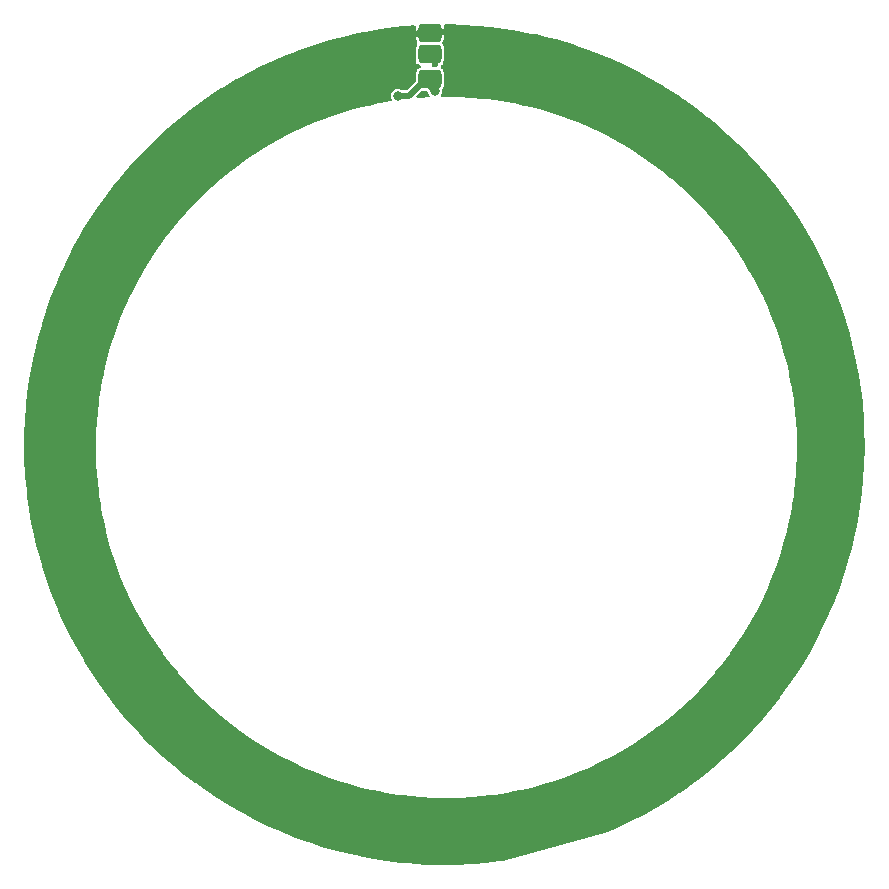
<source format=gbr>
%TF.GenerationSoftware,KiCad,Pcbnew,(6.0.4)*%
%TF.CreationDate,2022-06-17T20:48:29+08:00*%
%TF.ProjectId,WS2812_2020_60bit,57533238-3132-45f3-9230-32305f363062,rev?*%
%TF.SameCoordinates,Original*%
%TF.FileFunction,Copper,L2,Bot*%
%TF.FilePolarity,Positive*%
%FSLAX46Y46*%
G04 Gerber Fmt 4.6, Leading zero omitted, Abs format (unit mm)*
G04 Created by KiCad (PCBNEW (6.0.4)) date 2022-06-17 20:48:29*
%MOMM*%
%LPD*%
G01*
G04 APERTURE LIST*
G04 Aperture macros list*
%AMRoundRect*
0 Rectangle with rounded corners*
0 $1 Rounding radius*
0 $2 $3 $4 $5 $6 $7 $8 $9 X,Y pos of 4 corners*
0 Add a 4 corners polygon primitive as box body*
4,1,4,$2,$3,$4,$5,$6,$7,$8,$9,$2,$3,0*
0 Add four circle primitives for the rounded corners*
1,1,$1+$1,$2,$3*
1,1,$1+$1,$4,$5*
1,1,$1+$1,$6,$7*
1,1,$1+$1,$8,$9*
0 Add four rect primitives between the rounded corners*
20,1,$1+$1,$2,$3,$4,$5,0*
20,1,$1+$1,$4,$5,$6,$7,0*
20,1,$1+$1,$6,$7,$8,$9,0*
20,1,$1+$1,$8,$9,$2,$3,0*%
G04 Aperture macros list end*
%TA.AperFunction,SMDPad,CuDef*%
%ADD10RoundRect,0.400000X0.600000X0.400000X-0.600000X0.400000X-0.600000X-0.400000X0.600000X-0.400000X0*%
%TD*%
%TA.AperFunction,ViaPad*%
%ADD11C,0.600000*%
%TD*%
%TA.AperFunction,ViaPad*%
%ADD12C,0.800000*%
%TD*%
%TA.AperFunction,Conductor*%
%ADD13C,0.250000*%
%TD*%
%TA.AperFunction,Conductor*%
%ADD14C,0.500000*%
%TD*%
G04 APERTURE END LIST*
D10*
%TO.P,REF\u002A\u002A,1*%
%TO.N,N/C*%
X229582800Y-45885200D03*
%TD*%
%TO.P,REF\u002A\u002A,1*%
%TO.N,N/C*%
X229582800Y-43726200D03*
%TD*%
%TO.P,REF\u002A\u002A,1*%
%TO.N,N/C*%
X229564800Y-41961200D03*
%TD*%
D11*
%TO.N,*%
X230032800Y-44623200D03*
D12*
%TO.N,GND*%
X230002800Y-46873200D03*
X226852800Y-47293200D03*
D11*
%TO.N,5V*%
X228482800Y-42043200D03*
X230772800Y-41873200D03*
%TD*%
D13*
%TO.N,*%
X229697800Y-44008200D02*
X229997800Y-44008200D01*
X229372800Y-43973200D02*
X229502800Y-43843200D01*
X230072800Y-44183200D02*
X229872800Y-44183200D01*
X229502800Y-43843200D02*
X229892800Y-43843200D01*
X230032800Y-44623200D02*
X230032800Y-44553200D01*
X229997800Y-44008200D02*
X230142800Y-43863200D01*
X229892800Y-43843200D02*
X230072800Y-44023200D01*
X229452800Y-43973200D02*
X229372800Y-43973200D01*
X230072800Y-44023200D02*
X230072800Y-44183200D01*
X230032800Y-44553200D02*
X229452800Y-43973200D01*
X229872800Y-44183200D02*
X229697800Y-44008200D01*
D14*
%TO.N,GND*%
X227812800Y-47293200D02*
X226852800Y-47293200D01*
X229612800Y-46483200D02*
X229612800Y-46093200D01*
X229092800Y-46013200D02*
X227812800Y-47293200D01*
X230002800Y-46873200D02*
X229612800Y-46483200D01*
D13*
%TO.N,5V*%
X228482800Y-42043200D02*
X228652800Y-41873200D01*
D14*
X228652800Y-41873200D02*
X229402800Y-41873200D01*
X230772800Y-41873200D02*
X229852800Y-41873200D01*
%TD*%
%TA.AperFunction,Conductor*%
%TO.N,5V*%
G36*
X231239639Y-41239523D02*
G01*
X232415044Y-41273382D01*
X232419191Y-41273570D01*
X233592797Y-41346379D01*
X233596962Y-41346707D01*
X234767476Y-41458384D01*
X234771628Y-41458849D01*
X235937838Y-41609278D01*
X235941973Y-41609881D01*
X237102549Y-41798893D01*
X237106661Y-41799633D01*
X237388597Y-41855202D01*
X238260345Y-42027022D01*
X238264393Y-42027890D01*
X238548933Y-42093843D01*
X239409899Y-42293405D01*
X239413953Y-42294416D01*
X239811479Y-42400561D01*
X240550035Y-42597766D01*
X240554011Y-42598899D01*
X241089888Y-42761200D01*
X241679388Y-42939742D01*
X241683366Y-42941019D01*
X242057190Y-43067915D01*
X242714269Y-43290963D01*
X242796810Y-43318982D01*
X242800737Y-43320388D01*
X243901082Y-43735077D01*
X243904933Y-43736601D01*
X244990944Y-44187552D01*
X244994723Y-44189196D01*
X246065154Y-44675891D01*
X246068914Y-44677677D01*
X247122637Y-45199605D01*
X247126349Y-45201521D01*
X248162120Y-45758060D01*
X248165762Y-45760095D01*
X249182577Y-46350709D01*
X249186087Y-46352825D01*
X249572244Y-46594592D01*
X250182778Y-46976838D01*
X250186282Y-46979114D01*
X250840845Y-47419791D01*
X251026530Y-47544801D01*
X251161660Y-47635776D01*
X251165081Y-47638161D01*
X252118223Y-48326855D01*
X252121537Y-48329335D01*
X252898694Y-48931074D01*
X253051269Y-49049210D01*
X253054524Y-49051817D01*
X253199769Y-49172188D01*
X253959903Y-49802144D01*
X253963075Y-49804863D01*
X254843052Y-50584770D01*
X254846126Y-50587586D01*
X255660136Y-51358704D01*
X255699792Y-51396270D01*
X255702777Y-51399194D01*
X256529109Y-52235685D01*
X256531996Y-52238705D01*
X257330201Y-53102199D01*
X257332985Y-53105314D01*
X257533937Y-53337708D01*
X258087352Y-53977714D01*
X258102056Y-53994719D01*
X258104730Y-53997916D01*
X258843963Y-54912424D01*
X258846519Y-54915697D01*
X259554984Y-55854157D01*
X259557446Y-55857532D01*
X260234421Y-56818986D01*
X260236769Y-56822442D01*
X260881472Y-57805776D01*
X260883705Y-57809308D01*
X261495461Y-58813497D01*
X261497575Y-58817100D01*
X262075700Y-59841015D01*
X262077694Y-59844687D01*
X262621568Y-60887237D01*
X262623438Y-60890973D01*
X263132424Y-61950934D01*
X263134170Y-61954730D01*
X263539353Y-62875577D01*
X263607741Y-63031001D01*
X263609360Y-63034853D01*
X264046988Y-64126237D01*
X264048479Y-64130140D01*
X264449684Y-65235443D01*
X264451044Y-65239393D01*
X264815376Y-66357370D01*
X264816603Y-66361357D01*
X265113429Y-67386377D01*
X265143679Y-67490839D01*
X265144768Y-67494848D01*
X265245446Y-67891268D01*
X265434213Y-68634540D01*
X265435174Y-68638606D01*
X265686666Y-69787239D01*
X265687492Y-69791334D01*
X265900766Y-70947685D01*
X265901456Y-70951806D01*
X266076278Y-72114625D01*
X266076830Y-72118767D01*
X266208538Y-73248442D01*
X266212997Y-73286691D01*
X266213411Y-73290838D01*
X266238754Y-73595826D01*
X266310782Y-74462666D01*
X266311058Y-74466820D01*
X266326385Y-74774704D01*
X266369523Y-75641226D01*
X266369662Y-75645402D01*
X266389168Y-76821678D01*
X266389181Y-76824757D01*
X266384815Y-77380636D01*
X266384753Y-77383714D01*
X266354725Y-78313403D01*
X266346776Y-78559496D01*
X266346572Y-78563669D01*
X266269667Y-79737001D01*
X266269325Y-79741165D01*
X266153560Y-80911315D01*
X266153080Y-80915465D01*
X265998580Y-82081142D01*
X265997962Y-82085274D01*
X265895762Y-82699289D01*
X265806903Y-83233158D01*
X265804905Y-83245159D01*
X265804154Y-83249252D01*
X265704005Y-83748182D01*
X265572739Y-84402134D01*
X265571849Y-84406216D01*
X265302342Y-85550769D01*
X265301317Y-85554820D01*
X264994008Y-86689823D01*
X264992851Y-86693830D01*
X264720017Y-87583454D01*
X264648086Y-87817996D01*
X264646802Y-87821948D01*
X264264941Y-88934106D01*
X264263523Y-88938023D01*
X263875815Y-89955998D01*
X263845005Y-90036892D01*
X263843453Y-90040772D01*
X263388737Y-91125144D01*
X263387058Y-91128969D01*
X262896642Y-92197666D01*
X262894837Y-92201434D01*
X262369241Y-93253317D01*
X262367313Y-93257019D01*
X262157221Y-93644768D01*
X261807153Y-94290856D01*
X261805102Y-94294496D01*
X261210971Y-95309195D01*
X261208801Y-95312765D01*
X260581344Y-96307225D01*
X260579058Y-96310719D01*
X260162753Y-96924444D01*
X259918959Y-97283850D01*
X259916556Y-97287268D01*
X259224595Y-98237925D01*
X259222081Y-98241262D01*
X258535836Y-99121199D01*
X258498941Y-99168507D01*
X258496331Y-99171741D01*
X258448534Y-99229007D01*
X257742866Y-100074474D01*
X257740136Y-100077637D01*
X256957164Y-100954884D01*
X256954332Y-100957954D01*
X256169245Y-101780937D01*
X256142678Y-101808786D01*
X256139757Y-101811748D01*
X255300321Y-102635220D01*
X255297335Y-102638053D01*
X255051846Y-102863397D01*
X254431084Y-103433218D01*
X254427960Y-103435992D01*
X253535808Y-104202011D01*
X253532593Y-104204679D01*
X252615589Y-104940652D01*
X252612288Y-104943213D01*
X251671356Y-105648401D01*
X251667972Y-105650851D01*
X251235020Y-105953445D01*
X250741853Y-106298124D01*
X250704181Y-106324453D01*
X250700726Y-106326784D01*
X250688664Y-106334632D01*
X249715097Y-106968083D01*
X249711557Y-106970303D01*
X248705262Y-107578537D01*
X248701651Y-107580638D01*
X247675702Y-108155197D01*
X247672023Y-108157178D01*
X246627616Y-108697391D01*
X246623874Y-108699249D01*
X245562132Y-109204537D01*
X245558330Y-109206270D01*
X244661599Y-109597111D01*
X244644755Y-109603070D01*
X243122593Y-110022868D01*
X235729289Y-112061871D01*
X235714098Y-112065068D01*
X235614177Y-112079734D01*
X235388231Y-112112897D01*
X235384088Y-112113435D01*
X234215697Y-112245523D01*
X234211539Y-112245924D01*
X233317277Y-112317090D01*
X233039355Y-112339206D01*
X233035195Y-112339468D01*
X232969188Y-112342523D01*
X231860603Y-112393833D01*
X231856426Y-112393957D01*
X230680687Y-112409348D01*
X230676509Y-112409334D01*
X229567590Y-112387074D01*
X229500872Y-112385735D01*
X229496702Y-112385582D01*
X229350336Y-112377783D01*
X228322489Y-112323016D01*
X228318321Y-112322724D01*
X227866040Y-112283553D01*
X227146852Y-112221264D01*
X227142751Y-112220841D01*
X225975228Y-112080589D01*
X225971132Y-112080028D01*
X225390022Y-111990587D01*
X224808933Y-111901148D01*
X224804815Y-111900444D01*
X223908297Y-111731856D01*
X223649177Y-111683129D01*
X223645113Y-111682294D01*
X222931002Y-111523325D01*
X222497367Y-111426793D01*
X222493305Y-111425818D01*
X221354661Y-111132405D01*
X221350633Y-111131296D01*
X220719127Y-110946033D01*
X220222280Y-110800274D01*
X220218328Y-110799043D01*
X219344911Y-110511033D01*
X219101600Y-110430801D01*
X219097655Y-110429427D01*
X218644156Y-110263021D01*
X217993758Y-110024365D01*
X217989896Y-110022875D01*
X216899999Y-109581421D01*
X216896182Y-109579800D01*
X215821570Y-109102476D01*
X215817780Y-109100717D01*
X214759567Y-108588017D01*
X214755838Y-108586133D01*
X213715239Y-108038647D01*
X213711574Y-108036641D01*
X212689674Y-107454941D01*
X212686077Y-107452814D01*
X211684012Y-106837544D01*
X211680489Y-106835299D01*
X211542585Y-106744195D01*
X210699424Y-106187177D01*
X210695976Y-106184817D01*
X210098055Y-105760682D01*
X209736868Y-105504474D01*
X209733509Y-105502006D01*
X209721928Y-105493199D01*
X209013125Y-104954212D01*
X208797548Y-104790283D01*
X208794265Y-104787700D01*
X207882371Y-104045303D01*
X207879175Y-104042611D01*
X206992427Y-103270413D01*
X206989356Y-103267649D01*
X206128627Y-102466408D01*
X206125657Y-102463550D01*
X205894411Y-102233511D01*
X205292026Y-101634272D01*
X205289113Y-101631277D01*
X204913328Y-101231806D01*
X204483419Y-100774800D01*
X204480621Y-100771725D01*
X204218607Y-100474004D01*
X203703776Y-99889015D01*
X203701070Y-99885835D01*
X203629959Y-99799417D01*
X202953911Y-98977846D01*
X202951324Y-98974593D01*
X202234697Y-98042351D01*
X202232206Y-98038997D01*
X201546869Y-97083492D01*
X201544491Y-97080057D01*
X200891223Y-96102371D01*
X200888960Y-96098859D01*
X200400610Y-95312765D01*
X200268465Y-95100052D01*
X200266327Y-95096480D01*
X199679270Y-94077615D01*
X199677256Y-94073982D01*
X199457482Y-93661514D01*
X199124318Y-93036241D01*
X199122415Y-93032522D01*
X198604193Y-91977031D01*
X198602414Y-91973251D01*
X198539356Y-91833268D01*
X198119454Y-90901121D01*
X198117812Y-90897308D01*
X198062126Y-90761866D01*
X197670663Y-89809748D01*
X197669147Y-89805879D01*
X197258324Y-88704152D01*
X197256929Y-88700214D01*
X196882842Y-87585422D01*
X196881579Y-87581439D01*
X196771901Y-87214698D01*
X196701642Y-86979768D01*
X196544676Y-86454909D01*
X196543545Y-86450887D01*
X196307630Y-85554820D01*
X196244152Y-85313714D01*
X196243172Y-85309718D01*
X195981662Y-84163310D01*
X195980801Y-84159227D01*
X195757438Y-83004746D01*
X195756713Y-83000631D01*
X195632107Y-82218319D01*
X195571756Y-81839421D01*
X195571170Y-81835305D01*
X195490723Y-81193996D01*
X195424812Y-80668571D01*
X195424361Y-80664419D01*
X195316771Y-79493525D01*
X195316457Y-79489359D01*
X195295570Y-79132523D01*
X195247744Y-78315480D01*
X195247569Y-78311315D01*
X195217815Y-77135821D01*
X195217779Y-77131643D01*
X195227014Y-75955838D01*
X195227116Y-75951662D01*
X195275330Y-74776809D01*
X195275570Y-74772637D01*
X195362712Y-73599987D01*
X195363091Y-73595826D01*
X195489064Y-72426729D01*
X195489581Y-72422583D01*
X195562046Y-71910215D01*
X195654244Y-71258321D01*
X195654893Y-71254219D01*
X195858074Y-70096010D01*
X195858859Y-70091933D01*
X195874541Y-70017198D01*
X196100331Y-68941096D01*
X196101242Y-68937085D01*
X196380731Y-67794910D01*
X196381791Y-67790869D01*
X196698995Y-66658583D01*
X196700189Y-66654579D01*
X196831311Y-66239978D01*
X196882878Y-66076925D01*
X197054755Y-65533455D01*
X197056065Y-65529539D01*
X197447637Y-64420697D01*
X197449072Y-64416841D01*
X197877157Y-63321685D01*
X197878742Y-63317819D01*
X198342913Y-62237431D01*
X198344626Y-62233620D01*
X198477347Y-61950934D01*
X198844355Y-61169233D01*
X198846187Y-61165493D01*
X198987336Y-60889069D01*
X199380945Y-60118231D01*
X199382898Y-60114559D01*
X199952062Y-59085645D01*
X199954133Y-59082042D01*
X200236193Y-58609821D01*
X200557118Y-58072531D01*
X200559319Y-58068981D01*
X201195421Y-57080049D01*
X201197739Y-57076573D01*
X201375769Y-56818986D01*
X201866289Y-56109262D01*
X201868721Y-56105865D01*
X202568976Y-55161250D01*
X202571520Y-55157935D01*
X203024723Y-54587159D01*
X203302711Y-54237053D01*
X203305359Y-54233830D01*
X204066671Y-53337708D01*
X204069429Y-53334569D01*
X204524945Y-52833085D01*
X204860036Y-52464179D01*
X204862885Y-52461145D01*
X204867356Y-52456540D01*
X205681917Y-51617444D01*
X205684876Y-51614495D01*
X206531430Y-50798414D01*
X206534486Y-50795564D01*
X207407638Y-50007993D01*
X207410786Y-50005247D01*
X207478339Y-49948262D01*
X208309557Y-49247071D01*
X208312795Y-49244430D01*
X209236222Y-48516459D01*
X209239546Y-48513927D01*
X210186587Y-47816983D01*
X210189992Y-47814563D01*
X211159645Y-47149384D01*
X211163130Y-47147078D01*
X211902686Y-46675021D01*
X212154283Y-46514428D01*
X212157813Y-46512256D01*
X213169396Y-45912815D01*
X213173021Y-45910746D01*
X213451331Y-45758060D01*
X214203980Y-45345143D01*
X214207648Y-45343209D01*
X215256770Y-44812109D01*
X215260473Y-44810312D01*
X216326609Y-44314297D01*
X216330418Y-44312600D01*
X217412436Y-43852197D01*
X217416307Y-43850626D01*
X217980425Y-43632385D01*
X218512951Y-43426365D01*
X218516820Y-43424942D01*
X219626986Y-43037255D01*
X219630915Y-43035955D01*
X220753304Y-42685295D01*
X220757267Y-42684129D01*
X221768461Y-42404650D01*
X221890668Y-42370874D01*
X221894713Y-42369828D01*
X222567001Y-42207805D01*
X223037864Y-42094326D01*
X223041907Y-42093423D01*
X223980463Y-41899911D01*
X224193544Y-41855978D01*
X224197650Y-41855202D01*
X225356533Y-41656069D01*
X225360662Y-41655430D01*
X226525492Y-41494833D01*
X226529640Y-41494331D01*
X227406810Y-41402910D01*
X227699176Y-41372439D01*
X227703319Y-41372077D01*
X228236454Y-41334329D01*
X228305816Y-41349470D01*
X228355983Y-41399708D01*
X228371025Y-41469093D01*
X228370274Y-41476460D01*
X228364300Y-41521839D01*
X228364301Y-42400560D01*
X228379756Y-42517962D01*
X228440264Y-42664041D01*
X228445291Y-42670592D01*
X228474021Y-42708034D01*
X228499621Y-42774254D01*
X228485356Y-42843803D01*
X228469141Y-42867414D01*
X228458185Y-42880014D01*
X228451431Y-42880002D01*
X228451241Y-42893143D01*
X228451241Y-42893144D01*
X228449386Y-43021518D01*
X228439808Y-43067915D01*
X228400916Y-43161808D01*
X228400915Y-43161811D01*
X228397756Y-43169438D01*
X228382300Y-43286839D01*
X228382301Y-44165560D01*
X228382839Y-44169644D01*
X228382839Y-44169650D01*
X228385414Y-44189207D01*
X228397756Y-44282962D01*
X228400917Y-44290592D01*
X228420078Y-44336851D01*
X228429657Y-44386891D01*
X228426229Y-44624106D01*
X228439607Y-44624369D01*
X228439608Y-44624369D01*
X228549250Y-44626522D01*
X228610946Y-44627734D01*
X228671474Y-44644592D01*
X228673405Y-44645707D01*
X228679959Y-44650736D01*
X228773039Y-44689291D01*
X228828320Y-44733839D01*
X228850741Y-44801203D01*
X228833183Y-44869994D01*
X228781221Y-44918372D01*
X228773040Y-44922108D01*
X228679959Y-44960664D01*
X228607833Y-45016008D01*
X228541614Y-45041607D01*
X228530952Y-45042044D01*
X228521368Y-45042030D01*
X228478784Y-45041970D01*
X228478595Y-45055099D01*
X228477674Y-45118929D01*
X228461264Y-45178450D01*
X228458264Y-45182359D01*
X228455106Y-45189984D01*
X228455105Y-45189985D01*
X228451120Y-45199605D01*
X228397756Y-45328438D01*
X228382300Y-45445839D01*
X228382301Y-45760098D01*
X228382301Y-46034406D01*
X228362299Y-46102527D01*
X228345396Y-46123501D01*
X227663102Y-46805795D01*
X227600790Y-46839821D01*
X227574007Y-46842700D01*
X227294899Y-46842700D01*
X227226778Y-46822698D01*
X227218195Y-46816663D01*
X227162192Y-46773691D01*
X227155641Y-46768664D01*
X227009562Y-46708156D01*
X226852800Y-46687518D01*
X226696038Y-46708156D01*
X226549959Y-46768664D01*
X226424518Y-46864918D01*
X226328264Y-46990359D01*
X226267756Y-47136438D01*
X226247118Y-47293200D01*
X226267756Y-47449962D01*
X226270915Y-47457589D01*
X226270916Y-47457592D01*
X226327888Y-47595134D01*
X226335477Y-47665724D01*
X226303698Y-47729211D01*
X226242639Y-47765438D01*
X226231190Y-47767801D01*
X225819815Y-47832957D01*
X225819806Y-47832959D01*
X225818749Y-47833126D01*
X225310262Y-47931966D01*
X224802842Y-48030598D01*
X224802820Y-48030603D01*
X224801774Y-48030806D01*
X224800726Y-48031048D01*
X223793338Y-48263621D01*
X223793323Y-48263625D01*
X223792317Y-48263857D01*
X222791609Y-48531996D01*
X221800868Y-48834896D01*
X220821302Y-49172188D01*
X219854104Y-49543461D01*
X218900452Y-49948262D01*
X217961508Y-50386098D01*
X217960549Y-50386587D01*
X217960538Y-50386592D01*
X217155147Y-50796960D01*
X217038417Y-50856437D01*
X217037454Y-50856971D01*
X217037448Y-50856974D01*
X216585305Y-51107601D01*
X216132303Y-51358704D01*
X215924641Y-51483480D01*
X215245215Y-51891720D01*
X215245191Y-51891735D01*
X215244269Y-51892289D01*
X214375398Y-52456540D01*
X213526749Y-53050771D01*
X213328320Y-53200298D01*
X212700238Y-53673591D01*
X212700216Y-53673608D01*
X212699355Y-53674257D01*
X212698500Y-53674949D01*
X212698480Y-53674965D01*
X212004353Y-54237058D01*
X211894224Y-54326239D01*
X211893372Y-54326980D01*
X211893368Y-54326983D01*
X211218049Y-54914029D01*
X211112338Y-55005922D01*
X210354648Y-55712479D01*
X209622079Y-56445048D01*
X208915522Y-57202738D01*
X208235839Y-57984624D01*
X208235137Y-57985491D01*
X208235126Y-57985504D01*
X207584565Y-58788880D01*
X207584549Y-58788900D01*
X207583857Y-58789755D01*
X207583208Y-58790616D01*
X207583191Y-58790638D01*
X207334759Y-59120319D01*
X206960371Y-59617149D01*
X206366140Y-60465798D01*
X205801889Y-61334669D01*
X205801335Y-61335591D01*
X205801320Y-61335615D01*
X205397425Y-62007810D01*
X205268304Y-62222703D01*
X204766037Y-63128817D01*
X204765542Y-63129788D01*
X204765538Y-63129796D01*
X204330637Y-63983337D01*
X204295698Y-64051908D01*
X203857862Y-64990852D01*
X203453061Y-65944504D01*
X203081788Y-66911702D01*
X202744496Y-67891268D01*
X202441596Y-68882009D01*
X202173457Y-69882717D01*
X202173225Y-69883723D01*
X202173221Y-69883738D01*
X201990072Y-70677047D01*
X201940406Y-70892174D01*
X201940203Y-70893220D01*
X201940198Y-70893242D01*
X201841566Y-71400661D01*
X201742726Y-71909149D01*
X201742559Y-71910206D01*
X201742557Y-71910215D01*
X201709858Y-72116672D01*
X201580658Y-72932404D01*
X201580525Y-72933491D01*
X201580522Y-72933509D01*
X201537157Y-73286691D01*
X201454401Y-73960691D01*
X201364106Y-74992758D01*
X201364048Y-74993857D01*
X201364047Y-74993877D01*
X201330011Y-75643327D01*
X201309886Y-76027348D01*
X201291805Y-77063200D01*
X201297156Y-77369762D01*
X201309886Y-78099052D01*
X201309945Y-78100177D01*
X201335166Y-78581421D01*
X201364106Y-79133642D01*
X201454401Y-80165709D01*
X201454536Y-80166807D01*
X201516145Y-80668573D01*
X201580658Y-81193996D01*
X201580829Y-81195075D01*
X201580831Y-81195090D01*
X201691619Y-81894576D01*
X201742726Y-82217251D01*
X201742934Y-82218319D01*
X201895800Y-83004746D01*
X201940406Y-83234226D01*
X201940648Y-83235274D01*
X202154903Y-84163315D01*
X202173457Y-84243683D01*
X202441596Y-85244391D01*
X202744496Y-86235132D01*
X203081788Y-87214698D01*
X203453061Y-88181896D01*
X203857862Y-89135548D01*
X204295698Y-90074492D01*
X204296187Y-90075451D01*
X204296192Y-90075462D01*
X204716900Y-90901146D01*
X204766037Y-90997583D01*
X205268304Y-91903697D01*
X205268872Y-91904642D01*
X205801320Y-92790785D01*
X205801335Y-92790809D01*
X205801889Y-92791731D01*
X206366140Y-93660602D01*
X206960371Y-94509251D01*
X206966745Y-94517709D01*
X207583191Y-95335762D01*
X207583208Y-95335784D01*
X207583857Y-95336645D01*
X207584549Y-95337500D01*
X207584565Y-95337520D01*
X208203929Y-96102371D01*
X208235839Y-96141776D01*
X208236580Y-96142628D01*
X208236583Y-96142632D01*
X208381205Y-96309000D01*
X208915522Y-96923662D01*
X209622079Y-97681352D01*
X210354648Y-98413921D01*
X211112338Y-99120478D01*
X211113155Y-99121188D01*
X211113167Y-99121199D01*
X211171329Y-99171758D01*
X211894224Y-99800161D01*
X211895091Y-99800863D01*
X211895104Y-99800874D01*
X212698480Y-100451435D01*
X212698500Y-100451451D01*
X212699355Y-100452143D01*
X212700216Y-100452792D01*
X212700238Y-100452809D01*
X213108314Y-100760315D01*
X213526749Y-101075629D01*
X214375398Y-101669860D01*
X215244269Y-102234111D01*
X215245191Y-102234665D01*
X215245215Y-102234680D01*
X215419071Y-102339143D01*
X216132302Y-102767696D01*
X216133270Y-102768232D01*
X216133269Y-102768232D01*
X217034187Y-103267618D01*
X217038417Y-103269963D01*
X217039388Y-103270458D01*
X217039396Y-103270462D01*
X217628801Y-103570779D01*
X217961508Y-103740302D01*
X218900452Y-104178138D01*
X219854104Y-104582939D01*
X220821302Y-104954212D01*
X221800868Y-105291504D01*
X222791609Y-105594404D01*
X223792317Y-105862543D01*
X223793323Y-105862775D01*
X223793338Y-105862779D01*
X224648256Y-106060152D01*
X224801774Y-106095594D01*
X224802820Y-106095797D01*
X224802842Y-106095802D01*
X225260786Y-106184817D01*
X225818749Y-106293274D01*
X225819806Y-106293441D01*
X225819815Y-106293443D01*
X226840910Y-106455169D01*
X226840925Y-106455171D01*
X226842004Y-106455342D01*
X226843091Y-106455475D01*
X226843109Y-106455478D01*
X227376993Y-106521030D01*
X227870291Y-106581599D01*
X228902358Y-106671894D01*
X228903457Y-106671952D01*
X228903477Y-106671953D01*
X229827286Y-106720367D01*
X229936948Y-106726114D01*
X230972800Y-106744195D01*
X232008652Y-106726114D01*
X232118314Y-106720367D01*
X233042123Y-106671953D01*
X233042143Y-106671952D01*
X233043242Y-106671894D01*
X234075309Y-106581599D01*
X234568607Y-106521030D01*
X235102491Y-106455478D01*
X235102509Y-106455475D01*
X235103596Y-106455342D01*
X235104675Y-106455171D01*
X235104690Y-106455169D01*
X236125785Y-106293443D01*
X236125794Y-106293441D01*
X236126851Y-106293274D01*
X236684814Y-106184817D01*
X237142758Y-106095802D01*
X237142780Y-106095797D01*
X237143826Y-106095594D01*
X237297344Y-106060152D01*
X238152262Y-105862779D01*
X238152277Y-105862775D01*
X238153283Y-105862543D01*
X239153991Y-105594404D01*
X240144732Y-105291504D01*
X241124298Y-104954212D01*
X242091496Y-104582939D01*
X243045148Y-104178138D01*
X243984092Y-103740302D01*
X244316800Y-103570779D01*
X244906204Y-103270462D01*
X244906212Y-103270458D01*
X244907183Y-103269963D01*
X244911414Y-103267618D01*
X245812331Y-102768232D01*
X245812330Y-102768232D01*
X245813298Y-102767696D01*
X246526529Y-102339143D01*
X246700385Y-102234680D01*
X246700409Y-102234665D01*
X246701331Y-102234111D01*
X247570202Y-101669860D01*
X248418851Y-101075629D01*
X248837286Y-100760315D01*
X249245362Y-100452809D01*
X249245384Y-100452792D01*
X249246245Y-100452143D01*
X249247100Y-100451451D01*
X249247120Y-100451435D01*
X250050496Y-99800874D01*
X250050509Y-99800863D01*
X250051376Y-99800161D01*
X250774271Y-99171758D01*
X250832433Y-99121199D01*
X250832445Y-99121188D01*
X250833262Y-99120478D01*
X251590952Y-98413921D01*
X252323521Y-97681352D01*
X253030078Y-96923662D01*
X253564396Y-96309000D01*
X253709017Y-96142632D01*
X253709020Y-96142628D01*
X253709761Y-96141776D01*
X253741671Y-96102371D01*
X254361035Y-95337520D01*
X254361051Y-95337500D01*
X254361743Y-95336645D01*
X254362392Y-95335784D01*
X254362409Y-95335762D01*
X254978855Y-94517709D01*
X254985229Y-94509251D01*
X255579460Y-93660602D01*
X256143711Y-92791731D01*
X256144265Y-92790809D01*
X256144280Y-92790785D01*
X256676728Y-91904642D01*
X256677296Y-91903697D01*
X257179563Y-90997583D01*
X257228700Y-90901146D01*
X257649408Y-90075462D01*
X257649413Y-90075451D01*
X257649902Y-90074492D01*
X258087738Y-89135548D01*
X258492539Y-88181896D01*
X258863812Y-87214698D01*
X259201104Y-86235132D01*
X259504004Y-85244391D01*
X259772143Y-84243683D01*
X259790698Y-84163315D01*
X260004952Y-83235274D01*
X260005194Y-83234226D01*
X260049801Y-83004746D01*
X260202666Y-82218319D01*
X260202874Y-82217251D01*
X260253981Y-81894576D01*
X260364769Y-81195090D01*
X260364771Y-81195075D01*
X260364942Y-81193996D01*
X260429456Y-80668573D01*
X260491064Y-80166807D01*
X260491199Y-80165709D01*
X260581494Y-79133642D01*
X260610435Y-78581421D01*
X260635655Y-78100177D01*
X260635714Y-78099052D01*
X260653795Y-77063200D01*
X260635714Y-76027348D01*
X260615589Y-75643327D01*
X260581553Y-74993877D01*
X260581552Y-74993857D01*
X260581494Y-74992758D01*
X260491199Y-73960691D01*
X260408443Y-73286691D01*
X260365078Y-72933509D01*
X260365075Y-72933491D01*
X260364942Y-72932404D01*
X260235743Y-72116672D01*
X260203043Y-71910215D01*
X260203041Y-71910206D01*
X260202874Y-71909149D01*
X260104034Y-71400661D01*
X260005402Y-70893242D01*
X260005397Y-70893220D01*
X260005194Y-70892174D01*
X259955528Y-70677047D01*
X259772379Y-69883738D01*
X259772375Y-69883723D01*
X259772143Y-69882717D01*
X259504004Y-68882009D01*
X259201104Y-67891268D01*
X258863812Y-66911702D01*
X258492539Y-65944504D01*
X258087738Y-64990852D01*
X257649902Y-64051908D01*
X257614964Y-63983337D01*
X257180062Y-63129796D01*
X257180058Y-63129788D01*
X257179563Y-63128817D01*
X256677296Y-62222703D01*
X256548175Y-62007810D01*
X256144280Y-61335615D01*
X256144265Y-61335591D01*
X256143711Y-61334669D01*
X255579460Y-60465798D01*
X254985229Y-59617149D01*
X254610841Y-59120319D01*
X254362409Y-58790638D01*
X254362392Y-58790616D01*
X254361743Y-58789755D01*
X254361051Y-58788900D01*
X254361035Y-58788880D01*
X253710474Y-57985504D01*
X253710463Y-57985491D01*
X253709761Y-57984624D01*
X253030078Y-57202738D01*
X252323521Y-56445048D01*
X251590952Y-55712479D01*
X250833262Y-55005922D01*
X250727552Y-54914029D01*
X250052232Y-54326983D01*
X250052228Y-54326980D01*
X250051376Y-54326239D01*
X249941247Y-54237058D01*
X249247120Y-53674965D01*
X249247100Y-53674949D01*
X249246245Y-53674257D01*
X249245384Y-53673608D01*
X249245362Y-53673591D01*
X248617280Y-53200298D01*
X248418851Y-53050771D01*
X247570202Y-52456540D01*
X246701331Y-51892289D01*
X246700409Y-51891735D01*
X246700385Y-51891720D01*
X246020960Y-51483480D01*
X245813298Y-51358704D01*
X244907183Y-50856437D01*
X244790453Y-50796960D01*
X243985062Y-50386592D01*
X243985051Y-50386587D01*
X243984092Y-50386098D01*
X243045148Y-49948262D01*
X242091496Y-49543461D01*
X241124298Y-49172188D01*
X240144732Y-48834896D01*
X239153991Y-48531996D01*
X238153283Y-48263857D01*
X238152277Y-48263625D01*
X238152262Y-48263621D01*
X237144874Y-48031048D01*
X237143826Y-48030806D01*
X237142780Y-48030603D01*
X237142758Y-48030598D01*
X236635339Y-47931966D01*
X236126851Y-47833126D01*
X236125794Y-47832959D01*
X236125785Y-47832957D01*
X235104690Y-47671231D01*
X235104675Y-47671229D01*
X235103596Y-47671058D01*
X235102509Y-47670925D01*
X235102491Y-47670922D01*
X234447333Y-47590480D01*
X234075309Y-47544801D01*
X233043242Y-47454506D01*
X233042143Y-47454448D01*
X233042123Y-47454447D01*
X232118314Y-47406033D01*
X232008652Y-47400286D01*
X230972800Y-47382205D01*
X230971712Y-47382224D01*
X230622132Y-47388326D01*
X230553673Y-47369516D01*
X230506250Y-47316680D01*
X230494922Y-47246593D01*
X230518263Y-47189794D01*
X230518179Y-47189746D01*
X230518540Y-47189122D01*
X230519969Y-47185643D01*
X230522307Y-47182596D01*
X230522309Y-47182592D01*
X230527336Y-47176041D01*
X230587844Y-47029962D01*
X230608482Y-46873200D01*
X230604088Y-46839821D01*
X230598758Y-46799336D01*
X230609698Y-46729187D01*
X230635066Y-46700606D01*
X230632143Y-46697971D01*
X230652947Y-46674889D01*
X230659700Y-46675021D01*
X230659715Y-46666780D01*
X230679987Y-46623683D01*
X230702309Y-46594592D01*
X230707336Y-46588041D01*
X230767844Y-46441962D01*
X230779576Y-46352846D01*
X230782762Y-46328648D01*
X230782762Y-46328647D01*
X230783300Y-46324561D01*
X230783299Y-45445840D01*
X230777874Y-45404624D01*
X230768922Y-45336625D01*
X230768922Y-45336623D01*
X230767844Y-45328438D01*
X230707336Y-45182359D01*
X230688606Y-45157950D01*
X230663004Y-45091730D01*
X230662567Y-45081017D01*
X230662599Y-45063194D01*
X230662632Y-45045078D01*
X230639301Y-45045045D01*
X230638198Y-45045043D01*
X230570105Y-45024943D01*
X230561673Y-45019005D01*
X230523248Y-44989520D01*
X230481381Y-44932182D01*
X230477160Y-44861311D01*
X230486561Y-44834620D01*
X230510595Y-44785014D01*
X230510595Y-44785013D01*
X230514510Y-44776933D01*
X230515999Y-44768081D01*
X230518729Y-44759528D01*
X230521234Y-44760328D01*
X230546246Y-44708846D01*
X230606870Y-44671897D01*
X230634912Y-44668485D01*
X230638317Y-44667557D01*
X230656430Y-44667913D01*
X230656811Y-44537292D01*
X230677011Y-44469230D01*
X230682847Y-44460957D01*
X230702307Y-44435596D01*
X230702309Y-44435592D01*
X230707336Y-44429041D01*
X230767844Y-44282962D01*
X230783300Y-44165561D01*
X230783299Y-43286840D01*
X230767844Y-43169438D01*
X230707336Y-43023359D01*
X230687559Y-42997585D01*
X230661961Y-42931366D01*
X230661525Y-42920517D01*
X230661579Y-42901925D01*
X230661632Y-42883809D01*
X230656315Y-42883800D01*
X230654871Y-42878830D01*
X230625094Y-42832197D01*
X230625301Y-42761200D01*
X230646131Y-42720348D01*
X230684306Y-42670597D01*
X230684309Y-42670592D01*
X230689336Y-42664041D01*
X230749844Y-42517962D01*
X230765300Y-42400561D01*
X230765299Y-41521840D01*
X230749844Y-41404438D01*
X230747476Y-41398721D01*
X230749145Y-41328703D01*
X230788941Y-41269908D01*
X230854207Y-41241963D01*
X230868611Y-41241073D01*
X231116929Y-41239989D01*
X231235475Y-41239472D01*
X231239639Y-41239523D01*
G37*
%TD.AperFunction*%
%TD*%
%TA.AperFunction,NonConductor*%
G36*
X228943439Y-46885700D02*
G01*
X229288265Y-46885700D01*
X229356386Y-46905702D01*
X229402879Y-46959358D01*
X229413187Y-46995254D01*
X229417756Y-47029962D01*
X229478264Y-47176041D01*
X229483291Y-47182592D01*
X229483293Y-47182596D01*
X229515623Y-47224730D01*
X229541223Y-47290950D01*
X229526958Y-47360499D01*
X229477356Y-47411295D01*
X229422254Y-47427260D01*
X229341030Y-47431517D01*
X228903477Y-47454447D01*
X228903457Y-47454448D01*
X228902358Y-47454506D01*
X228574616Y-47483180D01*
X228505011Y-47469191D01*
X228454018Y-47419791D01*
X228437828Y-47350666D01*
X228461580Y-47283760D01*
X228474539Y-47268564D01*
X228823475Y-46919628D01*
X228885787Y-46885602D01*
X228929015Y-46883801D01*
X228943439Y-46885700D01*
G37*
%TD.AperFunction*%
M02*

</source>
